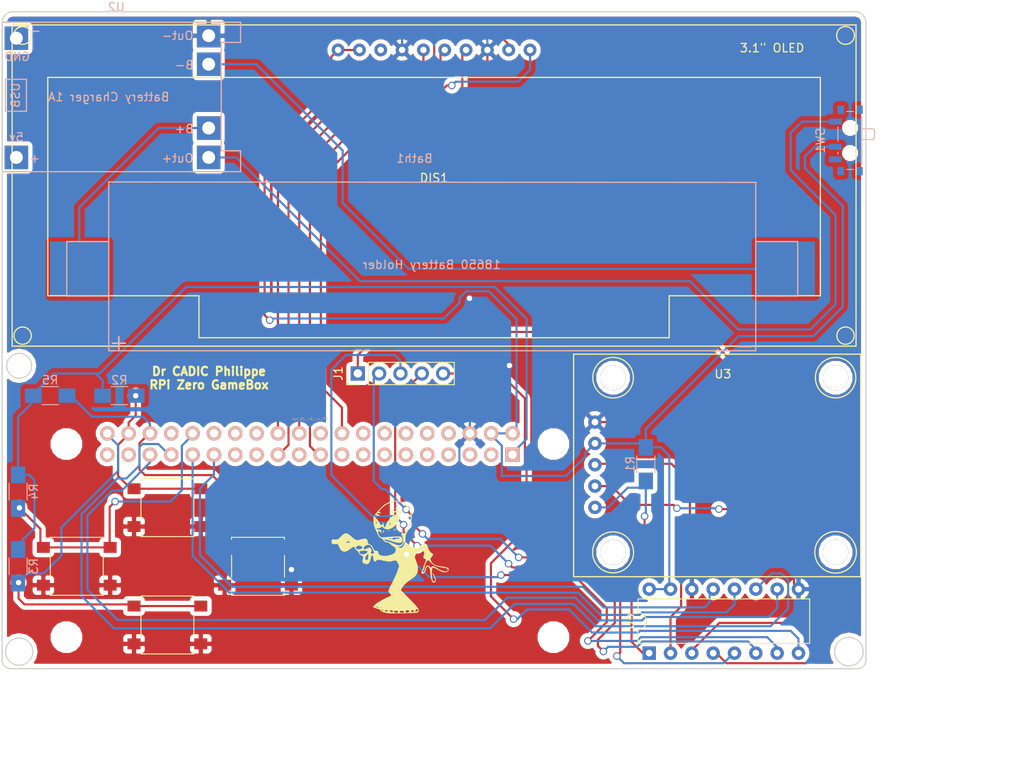
<source format=kicad_pcb>
(kicad_pcb (version 4) (host pcbnew 4.0.6)
  (layers (0 F.Cu signal) (31 B.Cu signal) (34 B.Paste user) (35 F.Paste user) (36 B.SilkS user) (37 F.SilkS user) (38 B.Mask user) (39 F.Mask user) (44 Edge.Cuts user))
  (net 0 "")
  (net 1 VCC)
  (net 2 GND)
  (net 3 SS)
  (net 4 GPIO25)
  (net 5 GPIO24)
  (net 6 SCLK)
  (net 7 MOSI)
  (net 8 "Net-(Bath1-Pad2)")
  (net 9 "Net-(Bath1-Pad1)")
  (net 10 "Net-(SW1-Pad1)")
  (net 11 CLK)
  (net 12 DOUT)
  (net 13 DIN)
  (net 14 SHDN)
  (net 15 Switch)
  (net 16 VrX)
  (net 17 VrY)
  (net 18 "Net-(J1-Pad1)")
  (net 19 "Net-(J1-Pad2)")
  (net 20 "Net-(J1-Pad3)")
  (net 21 "Net-(J1-Pad4)")
  (net 22 "Net-(J1-Pad5)")
  (net 23 GP20)
  (net 24 3.3v)
  (net 25 GP21)
  (net 26 GP12)
  (net 27 GP16)
  (module mcp23017_soic28:3_1_OLED (layer F.Cu) (at 209.9945 148.5011)
    (fp_text reference DIS1 (at 0 13.97) (layer F.SilkS))
    (fp_text value 3.1OLED)
    (fp_text user "3.1\" OLED" (at 40.25 -1.5) (layer F.SilkS))
    (pad 1 thru_hole circle (at -11.43 -1.27) (size 1.524 1.524) (drill 0.762) (layers *.Cu *.Mask) (net 1 VCC))
    (pad 2 thru_hole circle (at -8.89 -1.27) (size 1.524 1.524) (drill 0.762) (layers *.Cu *.Mask) (net 1 VCC))
    (pad 3 thru_hole circle (at -6.35 -1.27) (size 1.524 1.524) (drill 0.762) (layers *.Cu *.Mask))
    (pad 4 thru_hole circle (at -3.81 -1.27) (size 1.524 1.524) (drill 0.762) (layers *.Cu *.Mask) (net 2 GND))
    (pad 5 thru_hole circle (at -1.27 -1.27) (size 1.524 1.524) (drill 0.762) (layers *.Cu *.Mask) (net 3 SS))
    (pad 6 thru_hole circle (at 1.27 -1.27) (size 1.524 1.524) (drill 0.762) (layers *.Cu *.Mask) (net 4 GPIO25))
    (pad 7 thru_hole circle (at 3.81 -1.27) (size 1.524 1.524) (drill 0.762) (layers *.Cu *.Mask) (net 5 GPIO24))
    (pad 8 thru_hole circle (at 6.35 -1.27) (size 1.524 1.524) (drill 0.762) (layers *.Cu *.Mask) (net 2 GND))
    (pad 9 thru_hole circle (at 8.89 -1.27) (size 1.524 1.524) (drill 0.762) (layers *.Cu *.Mask) (net 6 SCLK))
    (pad 10 thru_hole circle (at 11.43 -1.27) (size 1.524 1.524) (drill 0.762) (layers *.Cu *.Mask) (net 7 MOSI))
  )
  (module mcp23017_soic28:z_RPiZero_Hat_NPTH (layer B.Cu) (at 195.21188 205.65942 180)
    (fp_text reference U1)
    (fp_text value RPi_A+_B+_2B_Hat (at 0 14.5 180) (layer B.SilkS) (effects (font (size 0.3 0.3) (thickness 0.03)) (justify mirror)))
    (pad "" np_thru_hole circle (at -29 -11.5 180) (size 2.75 2.75) (drill 2.75) (layers *.Cu *.Mask))
    (pad "" np_thru_hole circle (at 29 11.5 180) (size 2.75 2.75) (drill 2.75) (layers *.Cu *.Mask))
    (pad "" np_thru_hole circle (at -29 11.5 180) (size 2.75 2.75) (drill 2.75) (layers *.Cu *.Mask))
    (pad "" np_thru_hole circle (at 29 -11.5 180) (size 2.75 2.75) (drill 2.75) (layers *.Cu *.Mask))
    (pad 1 thru_hole rect (at -24.13 10.23) (size 1.7272 1.7272) (drill 1.016) (layers *.Cu *.Mask B.SilkS) (net 24 3.3v))
    (pad 2 thru_hole circle (at -24.13 12.77) (size 1.7272 1.7272) (drill 1.016) (layers *.Cu *.Mask B.SilkS) (net 1 VCC))
    (pad 3 thru_hole circle (at -21.59 10.23) (size 1.7272 1.7272) (drill 1.016) (layers *.Cu *.Mask B.SilkS))
    (pad 4 thru_hole circle (at -21.59 12.77) (size 1.7272 1.7272) (drill 1.016) (layers *.Cu *.Mask B.SilkS) (net 1 VCC))
    (pad 5 thru_hole circle (at -19.05 10.23) (size 1.7272 1.7272) (drill 1.016) (layers *.Cu *.Mask B.SilkS))
    (pad 6 thru_hole circle (at -19.05 12.77) (size 1.7272 1.7272) (drill 1.016) (layers *.Cu *.Mask B.SilkS) (net 2 GND))
    (pad 7 thru_hole circle (at -16.51 10.23) (size 1.7272 1.7272) (drill 1.016) (layers *.Cu *.Mask B.SilkS))
    (pad 8 thru_hole circle (at -16.51 12.77) (size 1.7272 1.7272) (drill 1.016) (layers *.Cu *.Mask B.SilkS))
    (pad 9 thru_hole circle (at -13.97 10.23) (size 1.7272 1.7272) (drill 1.016) (layers *.Cu *.Mask B.SilkS))
    (pad 10 thru_hole circle (at -13.97 12.77) (size 1.7272 1.7272) (drill 1.016) (layers *.Cu *.Mask B.SilkS))
    (pad 11 thru_hole circle (at -11.43 10.23) (size 1.7272 1.7272) (drill 1.016) (layers *.Cu *.Mask B.SilkS))
    (pad 12 thru_hole circle (at -11.43 12.77) (size 1.7272 1.7272) (drill 1.016) (layers *.Cu *.Mask B.SilkS))
    (pad 13 thru_hole circle (at -8.89 10.23) (size 1.7272 1.7272) (drill 1.016) (layers *.Cu *.Mask B.SilkS))
    (pad 14 thru_hole circle (at -8.89 12.77) (size 1.7272 1.7272) (drill 1.016) (layers *.Cu *.Mask B.SilkS))
    (pad 15 thru_hole circle (at -6.35 10.23) (size 1.7272 1.7272) (drill 1.016) (layers *.Cu *.Mask B.SilkS))
    (pad 16 thru_hole circle (at -6.35 12.77) (size 1.7272 1.7272) (drill 1.016) (layers *.Cu *.Mask B.SilkS))
    (pad 17 thru_hole circle (at -3.81 10.23) (size 1.7272 1.7272) (drill 1.016) (layers *.Cu *.Mask B.SilkS))
    (pad 18 thru_hole circle (at -3.81 12.77) (size 1.7272 1.7272) (drill 1.016) (layers *.Cu *.Mask B.SilkS) (net 5 GPIO24))
    (pad 19 thru_hole circle (at -1.27 10.23) (size 1.7272 1.7272) (drill 1.016) (layers *.Cu *.Mask B.SilkS) (net 7 MOSI))
    (pad 20 thru_hole circle (at -1.27 12.77) (size 1.7272 1.7272) (drill 1.016) (layers *.Cu *.Mask B.SilkS))
    (pad 21 thru_hole circle (at 1.27 10.23) (size 1.7272 1.7272) (drill 1.016) (layers *.Cu *.Mask B.SilkS))
    (pad 22 thru_hole circle (at 1.27 12.77) (size 1.7272 1.7272) (drill 1.016) (layers *.Cu *.Mask B.SilkS) (net 4 GPIO25))
    (pad 23 thru_hole circle (at 3.81 10.23) (size 1.7272 1.7272) (drill 1.016) (layers *.Cu *.Mask B.SilkS) (net 6 SCLK))
    (pad 24 thru_hole circle (at 3.81 12.77) (size 1.7272 1.7272) (drill 1.016) (layers *.Cu *.Mask B.SilkS) (net 3 SS))
    (pad 25 thru_hole circle (at 6.35 10.23) (size 1.7272 1.7272) (drill 1.016) (layers *.Cu *.Mask B.SilkS))
    (pad 26 thru_hole circle (at 6.35 12.77) (size 1.7272 1.7272) (drill 1.016) (layers *.Cu *.Mask B.SilkS))
    (pad 27 thru_hole circle (at 8.89 10.23) (size 1.7272 1.7272) (drill 1.016) (layers *.Cu *.Mask B.SilkS))
    (pad 28 thru_hole circle (at 8.89 12.77) (size 1.7272 1.7272) (drill 1.016) (layers *.Cu *.Mask B.SilkS))
    (pad 29 thru_hole circle (at 11.43 10.23) (size 1.7272 1.7272) (drill 1.016) (layers *.Cu *.Mask B.SilkS) (net 11 CLK))
    (pad 30 thru_hole circle (at 11.43 12.77) (size 1.7272 1.7272) (drill 1.016) (layers *.Cu *.Mask B.SilkS))
    (pad 31 thru_hole circle (at 13.97 10.23) (size 1.7272 1.7272) (drill 1.016) (layers *.Cu *.Mask B.SilkS) (net 12 DOUT))
    (pad 32 thru_hole circle (at 13.97 12.77) (size 1.7272 1.7272) (drill 1.016) (layers *.Cu *.Mask B.SilkS) (net 26 GP12))
    (pad 33 thru_hole circle (at 16.51 10.23) (size 1.7272 1.7272) (drill 1.016) (layers *.Cu *.Mask B.SilkS) (net 13 DIN))
    (pad 34 thru_hole circle (at 16.51 12.77) (size 1.7272 1.7272) (drill 1.016) (layers *.Cu *.Mask B.SilkS))
    (pad 35 thru_hole circle (at 19.05 10.23) (size 1.7272 1.7272) (drill 1.016) (layers *.Cu *.Mask B.SilkS) (net 14 SHDN))
    (pad 36 thru_hole circle (at 19.05 12.77) (size 1.7272 1.7272) (drill 1.016) (layers *.Cu *.Mask B.SilkS) (net 27 GP16))
    (pad 37 thru_hole circle (at 21.59 10.23) (size 1.7272 1.7272) (drill 1.016) (layers *.Cu *.Mask B.SilkS))
    (pad 38 thru_hole circle (at 21.59 12.77) (size 1.7272 1.7272) (drill 1.016) (layers *.Cu *.Mask B.SilkS) (net 23 GP20))
    (pad 39 thru_hole circle (at 24.13 10.23) (size 1.7272 1.7272) (drill 1.016) (layers *.Cu *.Mask B.SilkS))
    (pad 40 thru_hole circle (at 24.13 12.77) (size 1.7272 1.7272) (drill 1.016) (layers *.Cu *.Mask B.SilkS) (net 25 GP21))
  )
  (module 1860BatteryHolder:18650BattHolder (layer B.Cu) (at 171.25188 162.99942)
    (fp_text reference Bath1 (at 36.4 -2.85) (layer B.SilkS) (effects (justify mirror)))
    (fp_text value 18650BattHolder)
    (fp_text user - (at 75.7 19.4) (layer B.SilkS) (effects (font (size 2 2) (thickness 0.2)) (justify mirror)))
    (fp_text user + (at 1.2 19) (layer B.SilkS) (effects (font (size 2 2) (thickness 0.2)) (justify mirror)))
    (fp_text user "18650 Battery Holder" (at 38.45 9.8) (layer B.SilkS) (effects (justify mirror)))
    (pad 2 smd rect (at 80.6 10.3) (size 7 6.5) (layers B.Cu B.Paste B.Mask) (net 8 "Net-(Bath1-Pad2)"))
    (pad 1 smd rect (at -3.5 10.3) (size 7 6.5) (layers B.Cu B.Paste B.Mask) (net 9 "Net-(Bath1-Pad1)"))
  )
  (module TP4056:TP4056-18650 (layer B.Cu) (at 158.55188 161.72942)
    (fp_text reference U2 (at 13.6 -19.6) (layer B.SilkS) (effects (justify mirror)))
    (fp_text value TP4056)
    (fp_text user "Battery Charger 1A" (at 12.7 -8.9) (layer B.SilkS) (effects (justify mirror)))
    (fp_text user GND (at 1.8 -13.7) (layer B.SilkS) (effects (justify mirror)))
    (fp_text user 5v (at 1.7 -4.1) (layer B.SilkS) (effects (justify mirror)))
    (fp_text user B+ (at 21.7 -5.1) (layer B.SilkS) (effects (justify mirror)))
    (fp_text user B- (at 21.7 -12.7) (layer B.SilkS) (effects (justify mirror)))
    (fp_text user Out+ (at 20.9 -1.6) (layer B.SilkS) (effects (justify mirror)))
    (fp_text user Out- (at 20.9 -16.2) (layer B.SilkS) (effects (justify mirror)))
    (fp_text user USB (at 1.6 -9.1 270) (layer B.SilkS) (effects (justify mirror)))
    (fp_text user - (at 4 -16.8) (layer B.SilkS) (effects (justify mirror)))
    (fp_text user + (at 3.9 -1.6) (layer B.SilkS) (effects (justify mirror)))
    (pad 6 thru_hole rect (at 24.6 -12.8) (size 2.8 2.8) (drill 1.54) (layers *.Cu *.Mask) (net 8 "Net-(Bath1-Pad2)"))
    (pad 5 thru_hole rect (at 24.6 -5.2) (size 2.8 2.8) (drill 1.54) (layers *.Cu *.Mask) (net 9 "Net-(Bath1-Pad1)"))
    (pad 4 thru_hole rect (at 24.6 -16.2) (size 2.8 2.8) (drill 1.54) (layers *.Cu *.Mask) (net 2 GND))
    (pad 3 thru_hole rect (at 24.6 -1.7) (size 2.8 2.8) (drill 1.54) (layers *.Cu *.Mask) (net 10 "Net-(SW1-Pad1)"))
    (pad 2 thru_hole rect (at 1.7 -15.9) (size 2.8 2.8) (drill 1.54) (layers *.Cu *.Mask))
    (pad 1 thru_hole rect (at 1.7 -1.7) (size 2.8 2.8) (drill 1.54) (layers *.Cu *.Mask))
  )
  (module Buttons_Switches_SMD:SW_SPDT_PCM12 (layer B.Cu) (at 259.21188 158.00942 270)
    (fp_text reference SW1 (at 0 3.2 270) (layer B.SilkS) (effects (justify mirror)))
    (fp_text value SW_SPST)
    (pad "" np_thru_hole circle (at -1.5 -0.33 270) (size 0.9 0.9) (drill 0.9) (layers *.Cu *.Mask))
    (pad "" np_thru_hole circle (at 1.5 -0.33 270) (size 0.9 0.9) (drill 0.9) (layers *.Cu *.Mask))
    (pad 1 smd rect (at -2.25 1.43 270) (size 0.7 1.5) (layers B.Cu B.Paste B.Mask) (net 10 "Net-(SW1-Pad1)"))
    (pad 2 smd rect (at 0.75 1.43 270) (size 0.7 1.5) (layers B.Cu B.Paste B.Mask) (net 1 VCC))
    (pad 3 smd rect (at 2.25 1.43 270) (size 0.7 1.5) (layers B.Cu B.Paste B.Mask))
    (pad "" smd rect (at -3.65 -1.43 270) (size 1 0.8) (layers B.Cu B.Paste B.Mask))
    (pad "" smd rect (at 3.65 -1.43 270) (size 1 0.8) (layers B.Cu B.Paste B.Mask))
    (pad "" smd rect (at 3.65 0.78 270) (size 1 0.8) (layers B.Cu B.Paste B.Mask))
    (pad "" smd rect (at -3.65 0.78 270) (size 1 0.8) (layers B.Cu B.Paste B.Mask))
  )
  (module Housings_DIP:DIP-16_W7.62mm (layer F.Cu) (at 235.61188 219.05942 90)
    (fp_text reference U4 (at 3.81 -2.33 90) (layer F.SilkS))
    (fp_text value MCP3008)
    (pad 1 thru_hole rect (at 0 0 90) (size 1.6 1.6) (drill 0.8) (layers *.Cu *.Mask) (net 15 Switch))
    (pad 9 thru_hole oval (at 7.62 17.78 90) (size 1.6 1.6) (drill 0.8) (layers *.Cu *.Mask) (net 2 GND))
    (pad 2 thru_hole oval (at 0 2.54 90) (size 1.6 1.6) (drill 0.8) (layers *.Cu *.Mask) (net 16 VrX))
    (pad 10 thru_hole oval (at 7.62 15.24 90) (size 1.6 1.6) (drill 0.8) (layers *.Cu *.Mask) (net 14 SHDN))
    (pad 3 thru_hole oval (at 0 5.08 90) (size 1.6 1.6) (drill 0.8) (layers *.Cu *.Mask) (net 17 VrY))
    (pad 11 thru_hole oval (at 7.62 12.7 90) (size 1.6 1.6) (drill 0.8) (layers *.Cu *.Mask) (net 13 DIN))
    (pad 4 thru_hole oval (at 0 7.62 90) (size 1.6 1.6) (drill 0.8) (layers *.Cu *.Mask) (net 18 "Net-(J1-Pad1)"))
    (pad 12 thru_hole oval (at 7.62 10.16 90) (size 1.6 1.6) (drill 0.8) (layers *.Cu *.Mask) (net 12 DOUT))
    (pad 5 thru_hole oval (at 0 10.16 90) (size 1.6 1.6) (drill 0.8) (layers *.Cu *.Mask) (net 19 "Net-(J1-Pad2)"))
    (pad 13 thru_hole oval (at 7.62 7.62 90) (size 1.6 1.6) (drill 0.8) (layers *.Cu *.Mask) (net 11 CLK))
    (pad 6 thru_hole oval (at 0 12.7 90) (size 1.6 1.6) (drill 0.8) (layers *.Cu *.Mask) (net 20 "Net-(J1-Pad3)"))
    (pad 14 thru_hole oval (at 7.62 5.08 90) (size 1.6 1.6) (drill 0.8) (layers *.Cu *.Mask) (net 2 GND))
    (pad 7 thru_hole oval (at 0 15.24 90) (size 1.6 1.6) (drill 0.8) (layers *.Cu *.Mask) (net 21 "Net-(J1-Pad4)"))
    (pad 15 thru_hole oval (at 7.62 2.54 90) (size 1.6 1.6) (drill 0.8) (layers *.Cu *.Mask) (net 1 VCC))
    (pad 8 thru_hole oval (at 0 17.78 90) (size 1.6 1.6) (drill 0.8) (layers *.Cu *.Mask) (net 22 "Net-(J1-Pad5)"))
    (pad 16 thru_hole oval (at 7.62 0 90) (size 1.6 1.6) (drill 0.8) (layers *.Cu *.Mask) (net 1 VCC))
  )
  (module Socket_Strips:Socket_Strip_Straight_1x05_Pitch2.54mm (layer F.Cu) (at 200.91188 185.75942 90)
    (fp_text reference J1 (at 0 -2.33 90) (layer F.SilkS))
    (fp_text value ExtraAnlg)
    (pad 1 thru_hole rect (at 0 0 90) (size 1.7 1.7) (drill 1) (layers *.Cu *.Mask) (net 18 "Net-(J1-Pad1)"))
    (pad 2 thru_hole oval (at 0 2.54 90) (size 1.7 1.7) (drill 1) (layers *.Cu *.Mask) (net 19 "Net-(J1-Pad2)"))
    (pad 3 thru_hole oval (at 0 5.08 90) (size 1.7 1.7) (drill 1) (layers *.Cu *.Mask) (net 20 "Net-(J1-Pad3)"))
    (pad 4 thru_hole oval (at 0 7.62 90) (size 1.7 1.7) (drill 1) (layers *.Cu *.Mask) (net 21 "Net-(J1-Pad4)"))
    (pad 5 thru_hole oval (at 0 10.16 90) (size 1.7 1.7) (drill 1) (layers *.Cu *.Mask) (net 22 "Net-(J1-Pad5)"))
  )
  (module 1860BatteryHolder:JoystkAnalog (layer F.Cu) (at 226.61188 209.95942)
    (fp_text reference U3 (at 17.78 -24.13) (layer F.SilkS))
    (fp_text value JoystkAnalog)
    (pad "" thru_hole circle (at 31.2 -23.7) (size 3 3) (drill 3) (layers *.Cu *.Mask))
    (pad "" thru_hole circle (at 31.2 -2.9) (size 3 3) (drill 3) (layers *.Cu *.Mask))
    (pad "" thru_hole circle (at 4.7 -2.9) (size 3 3) (drill 3) (layers *.Cu *.Mask))
    (pad "" thru_hole circle (at 4.7 -23.7) (size 3 3) (drill 3) (layers *.Cu *.Mask))
    (pad 1 thru_hole circle (at 2.54 -18.415) (size 1.6 1.6) (drill 0.8) (layers *.Cu *.Mask) (net 2 GND))
    (pad 2 thru_hole circle (at 2.54 -15.875) (size 1.6 1.6) (drill 0.8) (layers *.Cu *.Mask) (net 1 VCC))
    (pad 3 thru_hole circle (at 2.54 -13.335) (size 1.6 1.6) (drill 0.8) (layers *.Cu *.Mask) (net 16 VrX))
    (pad 4 thru_hole circle (at 2.54 -10.795) (size 1.6 1.6) (drill 0.8) (layers *.Cu *.Mask) (net 17 VrY))
    (pad 5 thru_hole circle (at 2.54 -8.255) (size 1.6 1.6) (drill 0.8) (layers *.Cu *.Mask) (net 15 Switch))
  )
  (module Resistors_SMD:R_1206_HandSoldering (layer B.Cu) (at 235.21188 196.55942 270)
    (fp_text reference R1 (at 0 1.85 270) (layer B.SilkS) (effects (justify mirror)))
    (fp_text value 10k)
    (pad 1 smd rect (at -2 0 270) (size 2 1.7) (layers B.Cu B.Paste B.Mask) (net 1 VCC))
    (pad 2 smd rect (at 2 0 270) (size 2 1.7) (layers B.Cu B.Paste B.Mask) (net 15 Switch))
  )
  (module Resistors_SMD:R_1206_HandSoldering (layer B.Cu) (at 172.52188 188.39942 180)
    (fp_text reference R2 (at 0 1.85 180) (layer B.SilkS) (effects (justify mirror)))
    (fp_text value 10k)
    (pad 1 smd rect (at -2 0 180) (size 2 1.7) (layers B.Cu B.Paste B.Mask) (net 23 GP20))
    (pad 2 smd rect (at 2 0 180) (size 2 1.7) (layers B.Cu B.Paste B.Mask) (net 24 3.3v))
  )
  (module Resistors_SMD:R_1206_HandSoldering (layer B.Cu) (at 160.45688 208.71942 90)
    (fp_text reference R3 (at 0 1.85 90) (layer B.SilkS) (effects (justify mirror)))
    (fp_text value 10k)
    (pad 1 smd rect (at -2 0 90) (size 2 1.7) (layers B.Cu B.Paste B.Mask) (net 25 GP21))
    (pad 2 smd rect (at 2 0 90) (size 2 1.7) (layers B.Cu B.Paste B.Mask) (net 24 3.3v))
  )
  (module Resistors_SMD:R_1206_HandSoldering (layer B.Cu) (at 160.45688 199.82942 90)
    (fp_text reference R4 (at 0 1.85 90) (layer B.SilkS) (effects (justify mirror)))
    (fp_text value 10k)
    (pad 1 smd rect (at -2 0 90) (size 2 1.7) (layers B.Cu B.Paste B.Mask) (net 26 GP12))
    (pad 2 smd rect (at 2 0 90) (size 2 1.7) (layers B.Cu B.Paste B.Mask) (net 24 3.3v))
  )
  (module Resistors_SMD:R_1206_HandSoldering (layer B.Cu) (at 164.26688 188.39942 180)
    (fp_text reference R5 (at 0 1.85 180) (layer B.SilkS) (effects (justify mirror)))
    (fp_text value 10k)
    (pad 1 smd rect (at -2 0 180) (size 2 1.7) (layers B.Cu B.Paste B.Mask) (net 27 GP16))
    (pad 2 smd rect (at 2 0 180) (size 2 1.7) (layers B.Cu B.Paste B.Mask) (net 24 3.3v))
  )
  (module Buttons_Switches_SMD:SW_SPST_B3S-1000 (layer F.Cu) (at 178.23688 201.73442)
    (fp_text reference SW2 hide)
    (fp_text value But2)
    (pad 1 smd rect (at -3.975 -2.25) (size 1.55 1.3) (layers F.Cu F.Paste F.Mask) (net 23 GP20))
    (pad 1 smd rect (at 3.975 -2.25) (size 1.55 1.3) (layers F.Cu F.Paste F.Mask) (net 23 GP20))
    (pad 2 smd rect (at -3.975 2.25) (size 1.55 1.3) (layers F.Cu F.Paste F.Mask) (net 2 GND))
    (pad 2 smd rect (at 3.975 2.25) (size 1.55 1.3) (layers F.Cu F.Paste F.Mask) (net 2 GND))
  )
  (module Buttons_Switches_SMD:SW_SPST_B3S-1000 (layer F.Cu) (at 178.23688 215.70442)
    (fp_text reference SW3 hide)
    (fp_text value But1)
    (pad 1 smd rect (at -3.975 -2.25) (size 1.55 1.3) (layers F.Cu F.Paste F.Mask) (net 25 GP21))
    (pad 1 smd rect (at 3.975 -2.25) (size 1.55 1.3) (layers F.Cu F.Paste F.Mask) (net 25 GP21))
    (pad 2 smd rect (at -3.975 2.25) (size 1.55 1.3) (layers F.Cu F.Paste F.Mask) (net 2 GND))
    (pad 2 smd rect (at 3.975 2.25) (size 1.55 1.3) (layers F.Cu F.Paste F.Mask) (net 2 GND))
  )
  (module Buttons_Switches_SMD:SW_SPST_B3S-1000 (layer F.Cu) (at 167.44188 208.71942)
    (fp_text reference SW4 hide)
    (fp_text value But4)
    (pad 1 smd rect (at -3.975 -2.25) (size 1.55 1.3) (layers F.Cu F.Paste F.Mask) (net 26 GP12))
    (pad 1 smd rect (at 3.975 -2.25) (size 1.55 1.3) (layers F.Cu F.Paste F.Mask) (net 26 GP12))
    (pad 2 smd rect (at -3.975 2.25) (size 1.55 1.3) (layers F.Cu F.Paste F.Mask) (net 2 GND))
    (pad 2 smd rect (at 3.975 2.25) (size 1.55 1.3) (layers F.Cu F.Paste F.Mask) (net 2 GND))
  )
  (module Buttons_Switches_SMD:SW_SPST_B3S-1000 (layer F.Cu) (at 189.03188 208.71942)
    (fp_text reference SW5 hide)
    (fp_text value But3)
    (pad 1 smd rect (at -3.975 -2.25) (size 1.55 1.3) (layers F.Cu F.Paste F.Mask) (net 27 GP16))
    (pad 1 smd rect (at 3.975 -2.25) (size 1.55 1.3) (layers F.Cu F.Paste F.Mask) (net 27 GP16))
    (pad 2 smd rect (at -3.975 2.25) (size 1.55 1.3) (layers F.Cu F.Paste F.Mask) (net 2 GND))
    (pad 2 smd rect (at 3.975 2.25) (size 1.55 1.3) (layers F.Cu F.Paste F.Mask) (net 2 GND))
  )
  (module 1860BatteryHolder:Console (layer F.Cu) (at 204.71188 207.65942)
    (fp_text reference G*** hide)
    (fp_text value LOGO hide)
  )
  (gr_text "Dr CADIC Philippe\nRPi Zero GameBox" (at 183.18688 186.30942) (layer F.SilkS) (effects (font (size 1 1) (thickness 0.25))))
  (gr_line (start 159.56788 220.91142) (end 160.07588 220.91142) (angle 90) (layer Edge.Cuts) (width 0.15))
  (gr_arc (start 159.56788 219.89542) (end 159.56788 220.91142) (angle 90) (layer Edge.Cuts) (width 0.15))
  (gr_line (start 158.55188 215.06942) (end 158.55188 219.89542) (angle 90) (layer Edge.Cuts) (width 0.15))
  (gr_line (start 260.40588 220.91142) (end 160.07588 220.91142) (angle 90) (layer Edge.Cuts) (width 0.15))
  (gr_line (start 261.42188 219.89542) (end 261.42188 219.38742) (angle 90) (layer Edge.Cuts) (width 0.15))
  (gr_arc (start 260.40588 219.89542) (end 261.42188 219.89542) (angle 90) (layer Edge.Cuts) (width 0.15))
  (gr_line (start 261.42188 215.06942) (end 261.42188 219.38742) (angle 90) (layer Edge.Cuts) (width 0.15))
  (gr_circle (center 160.58388 184.84342) (end 161.85388 184.08142) (layer Edge.Cuts) (width 0.15))
  (gr_circle (center 160.58388 218.87942) (end 161.59988 217.60942) (layer Edge.Cuts) (width 0.15))
  (gr_circle (center 259.38988 218.87942) (end 260.91388 218.11742) (layer Edge.Cuts) (width 0.15))
  (gr_line (start 261.42188 215.06942) (end 261.42188 143.94942) (angle 90) (layer Edge.Cuts) (width 0.15))
  (gr_line (start 158.55188 143.94942) (end 158.55188 215.06942) (angle 90) (layer Edge.Cuts) (width 0.15))
  (gr_arc (start 159.82188 143.94942) (end 158.55188 143.94942) (angle 90) (layer Edge.Cuts) (width 0.15))
  (gr_arc (start 260.15188 143.94942) (end 260.15188 142.67942) (angle 90) (layer Edge.Cuts) (width 0.15))
  (gr_line (start 159.82188 142.67942) (end 260.15188 142.67942) (angle 90) (layer Edge.Cuts) (width 0.15))
  (segment (start 229.15188 194.08442) (end 234.73688 194.08442) (width 0.254) (layer B.Cu) (net 1))
  (segment (start 234.73688 194.08442) (end 235.21188 194.55942) (width 0.254) (layer B.Cu) (net 1))
  (segment (start 216.80188 192.88942) (end 216.80188 193.09942) (width 0.254) (layer B.Cu) (net 1))
  (segment (start 216.80188 193.09942) (end 218.06188 194.35942) (width 0.254) (layer B.Cu) (net 1))
  (segment (start 228.01188 195.22442) (end 229.15188 194.08442) (width 0.254) (layer B.Cu) (net 1))
  (segment (start 228.01188 195.65942) (end 228.01188 195.22442) (width 0.254) (layer B.Cu) (net 1))
  (segment (start 225.71188 197.95942) (end 228.01188 195.65942) (width 0.254) (layer B.Cu) (net 1))
  (segment (start 218.11188 197.95942) (end 225.71188 197.95942) (width 0.254) (layer B.Cu) (net 1))
  (segment (start 218.06188 198.00942) (end 218.11188 197.95942) (width 0.254) (layer B.Cu) (net 1))
  (segment (start 218.06188 194.35942) (end 218.06188 198.00942) (width 0.254) (layer B.Cu) (net 1))
  (segment (start 235.61188 211.43942) (end 238.15188 211.43942) (width 0.254) (layer B.Cu) (net 1))
  (segment (start 238.15188 211.43942) (end 238.01188 211.29942) (width 0.254) (layer B.Cu) (net 1))
  (segment (start 238.01188 211.29942) (end 238.01188 195.55942) (width 0.254) (layer B.Cu) (net 1))
  (segment (start 238.01188 195.55942) (end 237.01188 194.55942) (width 0.254) (layer B.Cu) (net 1))
  (segment (start 237.01188 194.55942) (end 235.21188 194.55942) (width 0.254) (layer B.Cu) (net 1))
  (segment (start 235.21188 194.55942) (end 235.21188 192.35942) (width 0.254) (layer B.Cu) (net 1))
  (segment (start 255.31188 158.75942) (end 257.78188 158.75942) (width 0.254) (layer B.Cu) (net 1))
  (segment (start 254.16188 159.90942) (end 255.31188 158.75942) (width 0.254) (layer B.Cu) (net 1))
  (segment (start 254.16188 161.30942) (end 254.16188 159.90942) (width 0.254) (layer B.Cu) (net 1))
  (segment (start 258.66188 165.80942) (end 254.16188 161.30942) (width 0.254) (layer B.Cu) (net 1))
  (segment (start 258.66188 177.80942) (end 258.66188 165.80942) (width 0.254) (layer B.Cu) (net 1))
  (segment (start 255.16188 181.30942) (end 258.66188 177.80942) (width 0.254) (layer B.Cu) (net 1))
  (segment (start 246.26188 181.30942) (end 255.16188 181.30942) (width 0.254) (layer B.Cu) (net 1))
  (segment (start 235.21188 192.35942) (end 246.26188 181.30942) (width 0.254) (layer B.Cu) (net 1))
  (segment (start 219.34188 192.88942) (end 216.80188 192.88942) (width 0.254) (layer B.Cu) (net 1))
  (segment (start 201.1045 147.2311) (end 198.5645 147.2311) (width 0.254) (layer F.Cu) (net 1))
  (segment (start 198.5645 147.2311) (end 197.76188 148.03372) (width 0.254) (layer F.Cu) (net 1))
  (segment (start 197.76188 148.03372) (end 197.76188 152.10942) (width 0.254) (layer F.Cu) (net 1))
  (segment (start 197.76188 152.10942) (end 189.81188 160.05942) (width 0.254) (layer F.Cu) (net 1))
  (segment (start 189.81188 160.05942) (end 189.81188 178.80942) (width 0.254) (layer F.Cu) (net 1))
  (segment (start 189.81188 178.80942) (end 190.41188 179.40942) (width 0.254) (layer F.Cu) (net 1))
  (via (at 190.41188 179.40942) (size 0.889) (drill 0.635) (layers F.Cu B.Cu) (net 1))
  (segment (start 190.41188 179.40942) (end 190.61188 179.20942) (width 0.254) (layer B.Cu) (net 1))
  (segment (start 190.61188 179.20942) (end 211.16188 179.20942) (width 0.254) (layer B.Cu) (net 1))
  (segment (start 211.16188 179.20942) (end 213.01188 177.35942) (width 0.254) (layer B.Cu) (net 1))
  (segment (start 213.01188 177.35942) (end 213.01188 176.75942) (width 0.254) (layer B.Cu) (net 1))
  (segment (start 213.01188 176.75942) (end 213.803878 175.967422) (width 0.254) (layer B.Cu) (net 1))
  (segment (start 213.803878 175.967422) (end 216.519882 175.967422) (width 0.254) (layer B.Cu) (net 1))
  (segment (start 216.519882 175.967422) (end 219.81188 179.25942) (width 0.254) (layer B.Cu) (net 1))
  (segment (start 219.81188 179.25942) (end 219.81188 192.41942) (width 0.254) (layer B.Cu) (net 1))
  (segment (start 219.81188 192.41942) (end 219.34188 192.88942) (width 0.254) (layer B.Cu) (net 1))
  (segment (start 214.26188 189.95942) (end 214.26188 189.30942) (width 0.254) (layer B.Cu) (net 2))
  (segment (start 230.31188 190.10942) (end 233.81188 190.10942) (width 0.254) (layer F.Cu) (net 2))
  (segment (start 226.31188 186.10942) (end 230.31188 190.10942) (width 0.254) (layer F.Cu) (net 2))
  (segment (start 220.26188 186.10942) (end 226.31188 186.10942) (width 0.254) (layer F.Cu) (net 2))
  (segment (start 218.96188 184.80942) (end 220.26188 186.10942) (width 0.254) (layer F.Cu) (net 2))
  (via (at 218.96188 184.80942) (size 0.889) (drill 0.635) (layers F.Cu B.Cu) (net 2))
  (segment (start 218.76188 184.80942) (end 218.96188 184.80942) (width 0.254) (layer B.Cu) (net 2))
  (segment (start 214.26188 189.30942) (end 218.76188 184.80942) (width 0.254) (layer B.Cu) (net 2))
  (segment (start 242.73688 206.68442) (end 251.28688 206.68442) (width 0.254) (layer F.Cu) (net 2))
  (segment (start 252.86188 208.25942) (end 252.86188 210.90942) (width 0.254) (layer F.Cu) (net 2))
  (segment (start 251.28688 206.68442) (end 252.86188 208.25942) (width 0.254) (layer F.Cu) (net 2))
  (segment (start 252.86188 210.90942) (end 253.39188 211.43942) (width 0.254) (layer F.Cu) (net 2))
  (segment (start 229.15188 191.54442) (end 232.37688 191.54442) (width 0.254) (layer F.Cu) (net 2))
  (segment (start 232.37688 191.54442) (end 233.81188 190.10942) (width 0.254) (layer F.Cu) (net 2))
  (segment (start 240.69188 208.72942) (end 240.69188 211.43942) (width 0.254) (layer F.Cu) (net 2))
  (segment (start 242.76188 206.65942) (end 242.73688 206.68442) (width 0.254) (layer F.Cu) (net 2))
  (segment (start 233.81188 190.10942) (end 240.21188 190.10942) (width 0.254) (layer F.Cu) (net 2))
  (segment (start 240.21188 190.10942) (end 242.76188 192.65942) (width 0.254) (layer F.Cu) (net 2))
  (segment (start 242.76188 192.65942) (end 242.76188 206.65942) (width 0.254) (layer F.Cu) (net 2))
  (segment (start 242.73688 206.68442) (end 240.69188 208.72942) (width 0.254) (layer F.Cu) (net 2))
  (segment (start 214.26188 192.88942) (end 214.18188 192.88942) (width 0.254) (layer B.Cu) (net 2))
  (segment (start 214.18188 192.88942) (end 213.01188 194.05942) (width 0.254) (layer B.Cu) (net 2))
  (segment (start 191.81188 210.20942) (end 191.05188 210.96942) (width 0.254) (layer F.Cu) (net 2))
  (segment (start 191.91188 210.20942) (end 191.81188 210.20942) (width 0.254) (layer F.Cu) (net 2))
  (segment (start 193.01188 209.10942) (end 191.91188 210.20942) (width 0.254) (layer F.Cu) (net 2))
  (via (at 193.01188 209.10942) (size 0.889) (drill 0.635) (layers F.Cu B.Cu) (net 2))
  (segment (start 202.41188 209.10942) (end 193.01188 209.10942) (width 0.254) (layer B.Cu) (net 2))
  (segment (start 213.01188 198.50942) (end 202.41188 209.10942) (width 0.254) (layer B.Cu) (net 2))
  (segment (start 213.01188 194.05942) (end 213.01188 198.50942) (width 0.254) (layer B.Cu) (net 2))
  (segment (start 214.26188 192.88942) (end 214.26188 189.95942) (width 0.254) (layer B.Cu) (net 2))
  (segment (start 214.26188 189.95942) (end 214.26188 176.85942) (width 0.254) (layer B.Cu) (net 2))
  (segment (start 216.3445 149.3768) (end 216.3445 147.2311) (width 0.254) (layer F.Cu) (net 2))
  (segment (start 214.61188 151.10942) (end 216.3445 149.3768) (width 0.254) (layer F.Cu) (net 2))
  (segment (start 214.61188 176.40942) (end 214.61188 151.10942) (width 0.254) (layer F.Cu) (net 2))
  (segment (start 214.21188 176.80942) (end 214.61188 176.40942) (width 0.254) (layer F.Cu) (net 2))
  (via (at 214.21188 176.80942) (size 0.889) (drill 0.635) (layers F.Cu B.Cu) (net 2))
  (segment (start 214.26188 176.85942) (end 214.21188 176.80942) (width 0.254) (layer B.Cu) (net 2))
  (segment (start 205.33688 144.73442) (end 215.03688 144.73442) (width 0.254) (layer B.Cu) (net 2))
  (segment (start 216.3445 146.04204) (end 216.3445 147.2311) (width 0.254) (layer B.Cu) (net 2))
  (segment (start 215.03688 144.73442) (end 216.3445 146.04204) (width 0.254) (layer B.Cu) (net 2))
  (segment (start 183.15188 145.52942) (end 190.69188 145.52942) (width 0.254) (layer B.Cu) (net 2))
  (segment (start 206.1845 145.58204) (end 206.1845 147.2311) (width 0.254) (layer B.Cu) (net 2))
  (segment (start 205.26188 144.65942) (end 205.33688 144.73442) (width 0.254) (layer B.Cu) (net 2))
  (segment (start 205.33688 144.73442) (end 206.1845 145.58204) (width 0.254) (layer B.Cu) (net 2))
  (segment (start 191.56188 144.65942) (end 205.26188 144.65942) (width 0.254) (layer B.Cu) (net 2))
  (segment (start 190.69188 145.52942) (end 191.56188 144.65942) (width 0.254) (layer B.Cu) (net 2))
  (segment (start 182.21188 217.95442) (end 186.11688 217.95442) (width 0.254) (layer F.Cu) (net 2))
  (segment (start 189.41188 211.45942) (end 189.90188 210.96942) (width 0.254) (layer F.Cu) (net 2))
  (segment (start 189.41188 214.65942) (end 189.41188 211.45942) (width 0.254) (layer F.Cu) (net 2))
  (segment (start 186.11688 217.95442) (end 189.41188 214.65942) (width 0.254) (layer F.Cu) (net 2))
  (segment (start 174.26188 217.95442) (end 182.21188 217.95442) (width 0.254) (layer F.Cu) (net 2))
  (segment (start 171.41688 210.96942) (end 163.46688 210.96942) (width 0.254) (layer F.Cu) (net 2))
  (segment (start 171.41688 210.96942) (end 173.40188 210.96942) (width 0.254) (layer F.Cu) (net 2))
  (segment (start 174.71188 209.65942) (end 182.21188 209.65942) (width 0.254) (layer F.Cu) (net 2))
  (segment (start 173.40188 210.96942) (end 174.71188 209.65942) (width 0.254) (layer F.Cu) (net 2))
  (segment (start 185.05688 210.96942) (end 189.90188 210.96942) (width 0.254) (layer F.Cu) (net 2))
  (segment (start 189.90188 210.96942) (end 191.05188 210.96942) (width 0.254) (layer F.Cu) (net 2))
  (segment (start 191.05188 210.96942) (end 193.00688 210.96942) (width 0.254) (layer F.Cu) (net 2))
  (segment (start 182.21188 203.98442) (end 182.21188 209.65942) (width 0.254) (layer F.Cu) (net 2))
  (segment (start 182.21188 209.65942) (end 182.21188 209.82442) (width 0.254) (layer F.Cu) (net 2))
  (segment (start 183.35688 210.96942) (end 185.05688 210.96942) (width 0.254) (layer F.Cu) (net 2))
  (segment (start 182.21188 209.82442) (end 183.35688 210.96942) (width 0.254) (layer F.Cu) (net 2))
  (segment (start 174.26188 203.98442) (end 182.21188 203.98442) (width 0.254) (layer F.Cu) (net 2))
  (segment (start 191.40188 192.88942) (end 191.40188 160.91942) (width 0.254) (layer F.Cu) (net 3))
  (segment (start 208.7245 149.6968) (end 208.7245 147.2311) (width 0.254) (layer F.Cu) (net 3))
  (segment (start 205.46188 152.95942) (end 208.7245 149.6968) (width 0.254) (layer F.Cu) (net 3))
  (segment (start 199.36188 152.95942) (end 205.46188 152.95942) (width 0.254) (layer F.Cu) (net 3))
  (segment (start 191.40188 160.91942) (end 199.36188 152.95942) (width 0.254) (layer F.Cu) (net 3))
  (segment (start 193.94188 192.88942) (end 193.94188 161.52942) (width 0.254) (layer F.Cu) (net 4))
  (segment (start 210.76188 150.60942) (end 210.76188 147.73372) (width 0.254) (layer F.Cu) (net 4))
  (segment (start 206.31188 155.05942) (end 210.76188 150.60942) (width 0.254) (layer F.Cu) (net 4))
  (segment (start 200.41188 155.05942) (end 206.31188 155.05942) (width 0.254) (layer F.Cu) (net 4))
  (segment (start 193.94188 161.52942) (end 200.41188 155.05942) (width 0.254) (layer F.Cu) (net 4))
  (segment (start 210.76188 147.73372) (end 211.2645 147.2311) (width 0.254) (layer F.Cu) (net 4))
  (segment (start 199.02188 192.88942) (end 199.02188 189.81942) (width 0.254) (layer F.Cu) (net 5))
  (segment (start 213.36188 152.30942) (end 213.36188 147.67372) (width 0.254) (layer F.Cu) (net 5))
  (segment (start 211.56188 154.10942) (end 213.36188 152.30942) (width 0.254) (layer F.Cu) (net 5))
  (segment (start 211.56188 154.55942) (end 211.56188 154.10942) (width 0.254) (layer F.Cu) (net 5))
  (segment (start 207.46188 158.65942) (end 211.56188 154.55942) (width 0.254) (layer F.Cu) (net 5))
  (segment (start 200.41188 158.65942) (end 207.46188 158.65942) (width 0.254) (layer F.Cu) (net 5))
  (segment (start 196.51188 162.55942) (end 200.41188 158.65942) (width 0.254) (layer F.Cu) (net 5))
  (segment (start 196.51188 187.30942) (end 196.51188 162.55942) (width 0.254) (layer F.Cu) (net 5))
  (segment (start 199.02188 189.81942) (end 196.51188 187.30942) (width 0.254) (layer F.Cu) (net 5))
  (segment (start 213.36188 147.67372) (end 213.8045 147.2311) (width 0.254) (layer F.Cu) (net 5))
  (segment (start 191.40188 195.42942) (end 191.49188 195.42942) (width 0.254) (layer F.Cu) (net 6))
  (segment (start 191.49188 195.42942) (end 192.66188 194.25942) (width 0.254) (layer F.Cu) (net 6))
  (segment (start 192.66188 194.25942) (end 192.66188 161.15942) (width 0.254) (layer F.Cu) (net 6))
  (segment (start 192.66188 161.15942) (end 199.96188 153.85942) (width 0.254) (layer F.Cu) (net 6))
  (segment (start 199.96188 153.85942) (end 206.16188 153.85942) (width 0.254) (layer F.Cu) (net 6))
  (segment (start 206.16188 153.85942) (end 209.36188 150.65942) (width 0.254) (layer F.Cu) (net 6))
  (segment (start 209.36188 150.65942) (end 209.36188 149.20942) (width 0.254) (layer F.Cu) (net 6))
  (segment (start 209.36188 149.20942) (end 210.01188 148.55942) (width 0.254) (layer F.Cu) (net 6))
  (segment (start 210.01188 148.55942) (end 210.01188 145.35942) (width 0.254) (layer F.Cu) (net 6))
  (segment (start 210.01188 145.35942) (end 210.11188 145.25942) (width 0.254) (layer F.Cu) (net 6))
  (segment (start 210.11188 145.25942) (end 217.56188 145.25942) (width 0.254) (layer F.Cu) (net 6))
  (segment (start 217.56188 145.25942) (end 218.8845 146.58204) (width 0.254) (layer F.Cu) (net 6))
  (segment (start 218.8845 146.58204) (end 218.8845 147.2311) (width 0.254) (layer F.Cu) (net 6))
  (segment (start 196.48188 195.42942) (end 196.23188 195.42942) (width 0.254) (layer F.Cu) (net 7))
  (segment (start 196.23188 195.42942) (end 195.21188 194.40942) (width 0.254) (layer F.Cu) (net 7))
  (segment (start 195.21188 194.40942) (end 195.21188 161.95942) (width 0.254) (layer F.Cu) (net 7))
  (segment (start 195.21188 161.95942) (end 200.36188 156.80942) (width 0.254) (layer F.Cu) (net 7))
  (segment (start 200.36188 156.80942) (end 206.16188 156.80942) (width 0.254) (layer F.Cu) (net 7))
  (segment (start 206.16188 156.80942) (end 211.51188 151.45942) (width 0.254) (layer F.Cu) (net 7))
  (segment (start 211.51188 151.45942) (end 212.11188 151.45942) (width 0.254) (layer F.Cu) (net 7))
  (via (at 212.11188 151.45942) (size 0.889) (drill 0.635) (layers F.Cu B.Cu) (net 7))
  (segment (start 212.11188 151.45942) (end 212.56188 151.00942) (width 0.254) (layer B.Cu) (net 7))
  (segment (start 212.56188 151.00942) (end 220.01188 151.00942) (width 0.254) (layer B.Cu) (net 7))
  (segment (start 220.01188 151.00942) (end 221.4245 149.5968) (width 0.254) (layer B.Cu) (net 7))
  (segment (start 221.4245 149.5968) (end 221.4245 147.2311) (width 0.254) (layer B.Cu) (net 7))
  (segment (start 183.15188 148.92942) (end 188.83188 148.92942) (width 0.254) (layer B.Cu) (net 8))
  (segment (start 206.95188 173.29942) (end 251.85188 173.29942) (width 0.254) (layer B.Cu) (net 8))
  (segment (start 199.11188 165.45942) (end 206.95188 173.29942) (width 0.254) (layer B.Cu) (net 8))
  (segment (start 199.11188 159.20942) (end 199.11188 165.45942) (width 0.254) (layer B.Cu) (net 8))
  (segment (start 188.83188 148.92942) (end 199.11188 159.20942) (width 0.254) (layer B.Cu) (net 8))
  (segment (start 167.75188 173.29942) (end 167.75188 165.96942) (width 0.254) (layer B.Cu) (net 9))
  (segment (start 177.19188 156.52942) (end 183.15188 156.52942) (width 0.254) (layer B.Cu) (net 9))
  (segment (start 167.75188 165.96942) (end 177.19188 156.52942) (width 0.254) (layer B.Cu) (net 9))
  (segment (start 183.15188 160.02942) (end 186.43188 160.02942) (width 0.254) (layer B.Cu) (net 10))
  (segment (start 253.81188 155.75942) (end 257.78188 155.75942) (width 0.254) (layer B.Cu) (net 10))
  (segment (start 252.46188 157.10942) (end 253.81188 155.75942) (width 0.254) (layer B.Cu) (net 10))
  (segment (start 252.46188 161.55942) (end 252.46188 157.10942) (width 0.254) (layer B.Cu) (net 10))
  (segment (start 257.81188 166.90942) (end 252.46188 161.55942) (width 0.254) (layer B.Cu) (net 10))
  (segment (start 257.81188 177.50942) (end 257.81188 166.90942) (width 0.254) (layer B.Cu) (net 10))
  (segment (start 254.81188 180.50942) (end 257.81188 177.50942) (width 0.254) (layer B.Cu) (net 10))
  (segment (start 246.21188 180.50942) (end 254.81188 180.50942) (width 0.254) (layer B.Cu) (net 10))
  (segment (start 240.46188 174.75942) (end 246.21188 180.50942) (width 0.254) (layer B.Cu) (net 10))
  (segment (start 201.16188 174.75942) (end 240.46188 174.75942) (width 0.254) (layer B.Cu) (net 10))
  (segment (start 186.43188 160.02942) (end 201.16188 174.75942) (width 0.254) (layer B.Cu) (net 10))
  (segment (start 183.78188 195.42942) (end 183.78188 197.78942) (width 0.254) (layer B.Cu) (net 11))
  (segment (start 242.81188 213.00942) (end 242.81188 211.85942) (width 0.254) (layer B.Cu) (net 11))
  (segment (start 242.21188 213.60942) (end 242.81188 213.00942) (width 0.254) (layer B.Cu) (net 11))
  (segment (start 230.16188 213.60942) (end 242.21188 213.60942) (width 0.254) (layer B.Cu) (net 11))
  (segment (start 227.71188 211.15942) (end 230.16188 213.60942) (width 0.254) (layer B.Cu) (net 11))
  (segment (start 185.91188 211.15942) (end 227.71188 211.15942) (width 0.254) (layer B.Cu) (net 11))
  (segment (start 182.11188 207.35942) (end 185.91188 211.15942) (width 0.254) (layer B.Cu) (net 11))
  (segment (start 182.11188 199.45942) (end 182.11188 207.35942) (width 0.254) (layer B.Cu) (net 11))
  (segment (start 183.78188 197.78942) (end 182.11188 199.45942) (width 0.254) (layer B.Cu) (net 11))
  (segment (start 242.81188 211.85942) (end 243.23188 211.43942) (width 0.254) (layer B.Cu) (net 11))
  (segment (start 181.24188 195.42942) (end 181.24188 207.48942) (width 0.254) (layer B.Cu) (net 12))
  (segment (start 245.77188 213.24942) (end 245.77188 211.43942) (width 0.254) (layer B.Cu) (net 12))
  (segment (start 244.81188 214.20942) (end 245.77188 213.24942) (width 0.254) (layer B.Cu) (net 12))
  (segment (start 234.76188 214.20942) (end 244.81188 214.20942) (width 0.254) (layer B.Cu) (net 12))
  (segment (start 234.46188 214.50942) (end 234.76188 214.20942) (width 0.254) (layer B.Cu) (net 12))
  (segment (start 229.81188 214.50942) (end 234.46188 214.50942) (width 0.254) (layer B.Cu) (net 12))
  (segment (start 227.16188 211.85942) (end 229.81188 214.50942) (width 0.254) (layer B.Cu) (net 12))
  (segment (start 185.61188 211.85942) (end 227.16188 211.85942) (width 0.254) (layer B.Cu) (net 12))
  (segment (start 181.24188 207.48942) (end 185.61188 211.85942) (width 0.254) (layer B.Cu) (net 12))
  (segment (start 178.70188 195.42942) (end 178.43188 195.42942) (width 0.254) (layer B.Cu) (net 13))
  (segment (start 178.43188 195.42942) (end 177.16188 194.15942) (width 0.254) (layer B.Cu) (net 13))
  (segment (start 177.16188 194.15942) (end 175.26188 194.15942) (width 0.254) (layer B.Cu) (net 13))
  (segment (start 175.26188 194.15942) (end 174.91188 194.50942) (width 0.254) (layer B.Cu) (net 13))
  (segment (start 174.91188 194.50942) (end 174.91188 196.70942) (width 0.254) (layer B.Cu) (net 13))
  (segment (start 174.91188 196.70942) (end 173.36188 198.25942) (width 0.254) (layer B.Cu) (net 13))
  (segment (start 173.36188 198.25942) (end 172.26188 198.25942) (width 0.254) (layer B.Cu) (net 13))
  (segment (start 172.26188 198.25942) (end 168.01188 202.50942) (width 0.254) (layer B.Cu) (net 13))
  (segment (start 168.01188 202.50942) (end 168.01188 212.25942) (width 0.254) (layer B.Cu) (net 13))
  (segment (start 168.01188 212.25942) (end 171.86188 216.10942) (width 0.254) (layer B.Cu) (net 13))
  (segment (start 171.86188 216.10942) (end 216.66188 216.10942) (width 0.254) (layer B.Cu) (net 13))
  (segment (start 216.66188 216.10942) (end 219.56188 213.20942) (width 0.254) (layer B.Cu) (net 13))
  (segment (start 219.56188 213.20942) (end 226.61188 213.20942) (width 0.254) (layer B.Cu) (net 13))
  (segment (start 226.61188 213.20942) (end 229.26188 215.85942) (width 0.254) (layer B.Cu) (net 13))
  (segment (start 229.26188 215.85942) (end 250.06188 215.85942) (width 0.254) (layer B.Cu) (net 13))
  (segment (start 250.06188 215.85942) (end 252.16188 213.75942) (width 0.254) (layer B.Cu) (net 13))
  (segment (start 252.16188 213.75942) (end 252.16188 210.35942) (width 0.254) (layer B.Cu) (net 13))
  (segment (start 252.16188 210.35942) (end 251.36188 209.55942) (width 0.254) (layer B.Cu) (net 13))
  (segment (start 251.36188 209.55942) (end 250.19188 209.55942) (width 0.254) (layer B.Cu) (net 13))
  (segment (start 250.19188 209.55942) (end 248.31188 211.43942) (width 0.254) (layer B.Cu) (net 13))
  (segment (start 176.16188 195.42942) (end 176.16188 196.35942) (width 0.254) (layer B.Cu) (net 14))
  (segment (start 250.85188 213.71942) (end 250.85188 211.43942) (width 0.254) (layer B.Cu) (net 14))
  (segment (start 249.81188 214.75942) (end 250.85188 213.71942) (width 0.254) (layer B.Cu) (net 14))
  (segment (start 235.16188 214.75942) (end 249.81188 214.75942) (width 0.254) (layer B.Cu) (net 14))
  (segment (start 234.76188 215.15942) (end 235.16188 214.75942) (width 0.254) (layer B.Cu) (net 14))
  (segment (start 229.51188 215.15942) (end 234.76188 215.15942) (width 0.254) (layer B.Cu) (net 14))
  (segment (start 226.81188 212.45942) (end 229.51188 215.15942) (width 0.254) (layer B.Cu) (net 14))
  (segment (start 218.71188 212.45942) (end 226.81188 212.45942) (width 0.254) (layer B.Cu) (net 14))
  (segment (start 216.06188 215.10942) (end 218.71188 212.45942) (width 0.254) (layer B.Cu) (net 14))
  (segment (start 172.31188 215.10942) (end 216.06188 215.10942) (width 0.254) (layer B.Cu) (net 14))
  (segment (start 168.71188 211.50942) (end 172.31188 215.10942) (width 0.254) (layer B.Cu) (net 14))
  (segment (start 168.71188 202.65942) (end 168.71188 211.50942) (width 0.254) (layer B.Cu) (net 14))
  (segment (start 171.66188 199.70942) (end 168.71188 202.65942) (width 0.254) (layer B.Cu) (net 14))
  (segment (start 172.81188 199.70942) (end 171.66188 199.70942) (width 0.254) (layer B.Cu) (net 14))
  (segment (start 176.16188 196.35942) (end 172.81188 199.70942) (width 0.254) (layer B.Cu) (net 14))
  (segment (start 235.61188 219.05942) (end 234.86188 219.05942) (width 0.254) (layer F.Cu) (net 15))
  (segment (start 234.86188 219.05942) (end 233.51188 217.70942) (width 0.254) (layer F.Cu) (net 15))
  (segment (start 233.51188 217.70942) (end 233.51188 210.15942) (width 0.254) (layer F.Cu) (net 15))
  (segment (start 233.51188 210.15942) (end 235.06188 208.60942) (width 0.254) (layer F.Cu) (net 15))
  (segment (start 235.06188 208.60942) (end 235.06188 202.75942) (width 0.254) (layer F.Cu) (net 15))
  (via (at 235.06188 202.75942) (size 0.889) (drill 0.635) (layers F.Cu B.Cu) (net 15))
  (segment (start 235.06188 202.75942) (end 235.21188 202.60942) (width 0.254) (layer B.Cu) (net 15))
  (segment (start 235.21188 202.60942) (end 235.21188 198.55942) (width 0.254) (layer B.Cu) (net 15))
  (segment (start 229.15188 201.70442) (end 230.71688 201.70442) (width 0.254) (layer B.Cu) (net 15))
  (segment (start 233.06188 199.35942) (end 234.41188 199.35942) (width 0.254) (layer B.Cu) (net 15))
  (segment (start 230.71688 201.70442) (end 233.06188 199.35942) (width 0.254) (layer B.Cu) (net 15))
  (segment (start 234.41188 199.35942) (end 235.21188 198.55942) (width 0.254) (layer B.Cu) (net 15))
  (segment (start 238.15188 219.05942) (end 238.15188 214.76942) (width 0.254) (layer F.Cu) (net 16))
  (segment (start 238.26188 196.50942) (end 229.26688 196.50942) (width 0.254) (layer F.Cu) (net 16))
  (segment (start 240.46188 198.70942) (end 238.26188 196.50942) (width 0.254) (layer F.Cu) (net 16))
  (segment (start 240.46188 203.85942) (end 240.46188 198.70942) (width 0.254) (layer F.Cu) (net 16))
  (segment (start 239.41188 204.90942) (end 240.46188 203.85942) (width 0.254) (layer F.Cu) (net 16))
  (segment (start 239.41188 213.50942) (end 239.41188 204.90942) (width 0.254) (layer F.Cu) (net 16))
  (segment (start 238.15188 214.76942) (end 239.41188 213.50942) (width 0.254) (layer F.Cu) (net 16))
  (segment (start 229.26688 196.50942) (end 229.15188 196.62442) (width 0.254) (layer F.Cu) (net 16))
  (segment (start 240.69188 219.05942) (end 240.69188 218.72942) (width 0.254) (layer F.Cu) (net 17))
  (segment (start 240.69188 218.72942) (end 243.96188 215.45942) (width 0.254) (layer F.Cu) (net 17))
  (segment (start 243.96188 215.45942) (end 252.56188 215.45942) (width 0.254) (layer F.Cu) (net 17))
  (segment (start 252.56188 215.45942) (end 254.96188 213.05942) (width 0.254) (layer F.Cu) (net 17))
  (segment (start 254.96188 213.05942) (end 254.96188 210.80942) (width 0.254) (layer F.Cu) (net 17))
  (segment (start 254.96188 210.80942) (end 253.66188 209.50942) (width 0.254) (layer F.Cu) (net 17))
  (segment (start 253.66188 209.50942) (end 253.66188 209.15942) (width 0.254) (layer F.Cu) (net 17))
  (segment (start 253.66188 209.15942) (end 253.51188 209.00942) (width 0.254) (layer F.Cu) (net 17))
  (segment (start 253.51188 209.00942) (end 253.51188 207.70942) (width 0.254) (layer F.Cu) (net 17))
  (segment (start 253.51188 207.70942) (end 247.71188 201.90942) (width 0.254) (layer F.Cu) (net 17))
  (segment (start 247.71188 201.90942) (end 243.91188 201.90942) (width 0.254) (layer F.Cu) (net 17))
  (via (at 243.91188 201.90942) (size 0.889) (drill 0.635) (layers F.Cu B.Cu) (net 17))
  (segment (start 243.91188 201.90942) (end 243.81188 201.80942) (width 0.254) (layer B.Cu) (net 17))
  (segment (start 243.81188 201.80942) (end 238.91188 201.80942) (width 0.254) (layer B.Cu) (net 17))
  (via (at 238.91188 201.80942) (size 0.889) (drill 0.635) (layers F.Cu B.Cu) (net 17))
  (segment (start 238.91188 201.80942) (end 238.51188 201.40942) (width 0.254) (layer F.Cu) (net 17))
  (segment (start 238.51188 201.40942) (end 233.36188 201.40942) (width 0.254) (layer F.Cu) (net 17))
  (segment (start 233.36188 201.40942) (end 231.11688 199.16442) (width 0.254) (layer F.Cu) (net 17))
  (segment (start 231.11688 199.16442) (end 229.15188 199.16442) (width 0.254) (layer F.Cu) (net 17))
  (segment (start 243.23188 219.05942) (end 243.61188 219.05942) (width 0.254) (layer F.Cu) (net 18))
  (segment (start 243.61188 219.05942) (end 244.81188 220.25942) (width 0.254) (layer F.Cu) (net 18))
  (segment (start 244.81188 220.25942) (end 254.26188 220.25942) (width 0.254) (layer F.Cu) (net 18))
  (segment (start 254.26188 220.25942) (end 256.11188 218.40942) (width 0.254) (layer F.Cu) (net 18))
  (segment (start 256.11188 218.40942) (end 256.11188 210.50942) (width 0.254) (layer F.Cu) (net 18))
  (segment (start 256.11188 210.50942) (end 254.11188 208.50942) (width 0.254) (layer F.Cu) (net 18))
  (segment (start 254.11188 208.50942) (end 254.11188 192.95942) (width 0.254) (layer F.Cu) (net 18))
  (segment (start 254.11188 192.95942) (end 241.96188 180.80942) (width 0.254) (layer F.Cu) (net 18))
  (segment (start 241.96188 180.80942) (end 203.66188 180.80942) (width 0.254) (layer F.Cu) (net 18))
  (segment (start 203.66188 180.80942) (end 200.91188 183.55942) (width 0.254) (layer F.Cu) (net 18))
  (segment (start 200.91188 183.55942) (end 200.91188 185.75942) (width 0.254) (layer F.Cu) (net 18))
  (segment (start 245.77188 219.05942) (end 245.66188 219.05942) (width 0.254) (layer B.Cu) (net 19))
  (segment (start 245.66188 219.05942) (end 244.46188 220.25942) (width 0.254) (layer B.Cu) (net 19))
  (segment (start 244.46188 220.25942) (end 232.61188 220.25942) (width 0.254) (layer B.Cu) (net 19))
  (segment (start 232.61188 220.25942) (end 231.76188 219.40942) (width 0.254) (layer B.Cu) (net 19))
  (via (at 231.76188 219.40942) (size 0.889) (drill 0.635) (layers F.Cu B.Cu) (net 19))
  (segment (start 231.76188 219.40942) (end 232.16188 219.00942) (width 0.254) (layer F.Cu) (net 19))
  (segment (start 232.16188 219.00942) (end 232.16188 212.55942) (width 0.254) (layer F.Cu) (net 19))
  (segment (start 232.16188 212.55942) (end 227.26188 207.65942) (width 0.254) (layer F.Cu) (net 19))
  (segment (start 227.26188 207.65942) (end 220.06188 207.65942) (width 0.254) (layer F.Cu) (net 19))
  (via (at 220.06188 207.65942) (size 0.889) (drill 0.635) (layers F.Cu B.Cu) (net 19))
  (segment (start 220.06188 207.65942) (end 217.86188 205.45942) (width 0.254) (layer B.Cu) (net 19))
  (segment (start 217.86188 205.45942) (end 209.21188 205.45942) (width 0.254) (layer B.Cu) (net 19))
  (segment (start 209.21188 205.45942) (end 208.61188 204.85942) (width 0.254) (layer B.Cu) (net 19))
  (via (at 208.61188 204.85942) (size 0.889) (drill 0.635) (layers F.Cu B.Cu) (net 19))
  (segment (start 208.61188 204.85942) (end 207.56188 203.80942) (width 0.254) (layer F.Cu) (net 19))
  (segment (start 207.56188 203.80942) (end 207.56188 202.85942) (width 0.254) (layer F.Cu) (net 19))
  (segment (start 207.56188 202.85942) (end 206.66188 201.95942) (width 0.254) (layer F.Cu) (net 19))
  (via (at 206.66188 201.95942) (size 0.889) (drill 0.635) (layers F.Cu B.Cu) (net 19))
  (segment (start 206.66188 201.95942) (end 204.26188 199.55942) (width 0.254) (layer B.Cu) (net 19))
  (segment (start 204.26188 199.55942) (end 203.81188 199.55942) (width 0.254) (layer B.Cu) (net 19))
  (segment (start 203.81188 199.55942) (end 202.81188 198.55942) (width 0.254) (layer B.Cu) (net 19))
  (segment (start 202.81188 198.55942) (end 202.81188 186.39942) (width 0.254) (layer B.Cu) (net 19))
  (segment (start 202.81188 186.39942) (end 203.45188 185.75942) (width 0.254) (layer B.Cu) (net 19))
  (segment (start 248.31188 219.05942) (end 248.31188 218.60942) (width 0.254) (layer B.Cu) (net 20))
  (segment (start 248.31188 218.60942) (end 247.369882 217.667422) (width 0.254) (layer B.Cu) (net 20))
  (segment (start 247.369882 217.667422) (end 234.822302 217.667422) (width 0.254) (layer B.Cu) (net 20))
  (segment (start 234.822302 217.667422) (end 234.180304 218.30942) (width 0.254) (layer B.Cu) (net 20))
  (segment (start 234.180304 218.30942) (end 230.71188 218.30942) (width 0.254) (layer B.Cu) (net 20))
  (segment (start 230.71188 218.30942) (end 230.16188 218.85942) (width 0.254) (layer B.Cu) (net 20))
  (via (at 230.16188 218.85942) (size 0.889) (drill 0.635) (layers F.Cu B.Cu) (net 20))
  (segment (start 230.16188 218.85942) (end 229.51188 218.20942) (width 0.254) (layer F.Cu) (net 20))
  (segment (start 229.51188 218.20942) (end 229.51188 217.45942) (width 0.254) (layer F.Cu) (net 20))
  (segment (start 229.51188 217.45942) (end 231.51188 215.45942) (width 0.254) (layer F.Cu) (net 20))
  (segment (start 231.51188 215.45942) (end 231.51188 213.00942) (width 0.254) (layer F.Cu) (net 20))
  (segment (start 231.51188 213.00942) (end 227.36188 208.85942) (width 0.254) (layer F.Cu) (net 20))
  (segment (start 227.36188 208.85942) (end 219.31188 208.85942) (width 0.254) (layer F.Cu) (net 20))
  (segment (start 219.31188 208.85942) (end 218.86188 208.40942) (width 0.254) (layer F.Cu) (net 20))
  (via (at 218.86188 208.40942) (size 0.889) (drill 0.635) (layers F.Cu B.Cu) (net 20))
  (segment (start 218.86188 208.40942) (end 216.71188 206.25942) (width 0.254) (layer B.Cu) (net 20))
  (segment (start 216.71188 206.25942) (end 207.96188 206.25942) (width 0.254) (layer B.Cu) (net 20))
  (via (at 207.96188 206.25942) (size 0.889) (drill 0.635) (layers F.Cu B.Cu) (net 20))
  (segment (start 207.96188 206.25942) (end 206.36188 204.65942) (width 0.254) (layer F.Cu) (net 20))
  (segment (start 206.36188 204.65942) (end 206.36188 203.75942) (width 0.254) (layer F.Cu) (net 20))
  (via (at 206.36188 203.75942) (size 0.889) (drill 0.635) (layers F.Cu B.Cu) (net 20))
  (segment (start 206.36188 203.75942) (end 205.36188 202.75942) (width 0.254) (layer B.Cu) (net 20))
  (segment (start 205.36188 202.75942) (end 202.66188 202.75942) (width 0.254) (layer B.Cu) (net 20))
  (segment (start 202.66188 202.75942) (end 197.76188 197.85942) (width 0.254) (layer B.Cu) (net 20))
  (segment (start 197.76188 197.85942) (end 197.76188 185.30942) (width 0.254) (layer B.Cu) (net 20))
  (segment (start 197.76188 185.30942) (end 199.51188 183.55942) (width 0.254) (layer B.Cu) (net 20))
  (segment (start 199.51188 183.55942) (end 205.31188 183.55942) (width 0.254) (layer B.Cu) (net 20))
  (segment (start 205.31188 183.55942) (end 205.99188 184.23942) (width 0.254) (layer B.Cu) (net 20))
  (segment (start 205.99188 184.23942) (end 205.99188 185.75942) (width 0.254) (layer B.Cu) (net 20))
  (segment (start 250.85188 219.05942) (end 250.85188 218.34942) (width 0.254) (layer B.Cu) (net 21))
  (segment (start 250.85188 218.34942) (end 249.66188 217.15942) (width 0.254) (layer B.Cu) (net 21))
  (segment (start 249.66188 217.15942) (end 234.61188 217.15942) (width 0.254) (layer B.Cu) (net 21))
  (segment (start 234.61188 217.15942) (end 234.16188 217.60942) (width 0.254) (layer B.Cu) (net 21))
  (segment (start 234.16188 217.60942) (end 228.31188 217.60942) (width 0.254) (layer B.Cu) (net 21))
  (via (at 228.31188 217.60942) (size 0.889) (drill 0.635) (layers F.Cu B.Cu) (net 21))
  (segment (start 228.31188 217.60942) (end 230.56188 215.35942) (width 0.254) (layer F.Cu) (net 21))
  (segment (start 230.56188 215.35942) (end 230.56188 213.70942) (width 0.254) (layer F.Cu) (net 21))
  (segment (start 230.56188 213.70942) (end 226.61188 209.75942) (width 0.254) (layer F.Cu) (net 21))
  (segment (start 226.61188 209.75942) (end 217.96188 209.75942) (width 0.254) (layer F.Cu) (net 21))
  (via (at 217.96188 209.75942) (size 0.889) (drill 0.635) (layers F.Cu B.Cu) (net 21))
  (segment (start 217.96188 209.75942) (end 217.71188 210.00942) (width 0.254) (layer B.Cu) (net 21))
  (segment (start 217.71188 210.00942) (end 209.41188 210.00942) (width 0.254) (layer B.Cu) (net 21))
  (segment (start 209.41188 210.00942) (end 206.71188 207.30942) (width 0.254) (layer B.Cu) (net 21))
  (via (at 206.71188 207.30942) (size 0.889) (drill 0.635) (layers F.Cu B.Cu) (net 21))
  (segment (start 206.71188 207.30942) (end 205.36188 205.95942) (width 0.254) (layer F.Cu) (net 21))
  (segment (start 205.36188 205.95942) (end 205.36188 190.20942) (width 0.254) (layer F.Cu) (net 21))
  (segment (start 205.36188 190.20942) (end 207.21188 188.35942) (width 0.254) (layer F.Cu) (net 21))
  (segment (start 207.21188 188.35942) (end 207.21188 187.07942) (width 0.254) (layer F.Cu) (net 21))
  (segment (start 207.21188 187.07942) (end 208.53188 185.75942) (width 0.254) (layer F.Cu) (net 21))
  (segment (start 253.39188 219.05942) (end 253.39188 217.33942) (width 0.254) (layer B.Cu) (net 22))
  (segment (start 217.86188 185.75942) (end 211.07188 185.75942) (width 0.254) (layer F.Cu) (net 22))
  (segment (start 220.81188 188.70942) (end 217.86188 185.75942) (width 0.254) (layer F.Cu) (net 22))
  (segment (start 220.81188 196.65942) (end 220.81188 188.70942) (width 0.254) (layer F.Cu) (net 22))
  (segment (start 221.01188 196.85942) (end 220.81188 196.65942) (width 0.254) (layer F.Cu) (net 22))
  (segment (start 221.01188 204.10942) (end 221.01188 196.85942) (width 0.254) (layer F.Cu) (net 22))
  (segment (start 216.76188 208.35942) (end 221.01188 204.10942) (width 0.254) (layer F.Cu) (net 22))
  (segment (start 216.76188 212.30942) (end 216.76188 208.35942) (width 0.254) (layer F.Cu) (net 22))
  (segment (start 219.46188 215.00942) (end 216.76188 212.30942) (width 0.254) (layer F.Cu) (net 22))
  (via (at 219.46188 215.00942) (size 0.889) (drill 0.635) (layers F.Cu B.Cu) (net 22))
  (segment (start 219.91188 215.00942) (end 219.46188 215.00942) (width 0.254) (layer B.Cu) (net 22))
  (segment (start 221.06188 213.85942) (end 219.91188 215.00942) (width 0.254) (layer B.Cu) (net 22))
  (segment (start 226.06188 213.85942) (end 221.06188 213.85942) (width 0.254) (layer B.Cu) (net 22))
  (segment (start 228.81188 216.60942) (end 226.06188 213.85942) (width 0.254) (layer B.Cu) (net 22))
  (segment (start 234.31188 216.60942) (end 228.81188 216.60942) (width 0.254) (layer B.Cu) (net 22))
  (segment (start 234.51188 216.40942) (end 234.31188 216.60942) (width 0.254) (layer B.Cu) (net 22))
  (segment (start 252.46188 216.40942) (end 234.51188 216.40942) (width 0.254) (layer B.Cu) (net 22))
  (segment (start 253.39188 217.33942) (end 252.46188 216.40942) (width 0.254) (layer B.Cu) (net 22))
  (segment (start 173.62188 192.88942) (end 173.62188 191.59942) (width 0.254) (layer F.Cu) (net 23))
  (segment (start 174.46188 188.40942) (end 174.47188 188.39942) (width 0.254) (layer B.Cu) (net 23))
  (via (at 174.46188 188.40942) (size 0.889) (drill 0.635) (layers F.Cu B.Cu) (net 23))
  (segment (start 174.46188 190.75942) (end 174.46188 188.40942) (width 0.254) (layer F.Cu) (net 23))
  (segment (start 173.62188 191.59942) (end 174.46188 190.75942) (width 0.254) (layer F.Cu) (net 23))
  (segment (start 174.47188 188.39942) (end 174.52188 188.39942) (width 0.254) (layer B.Cu) (net 23))
  (segment (start 174.26188 199.48442) (end 173.88688 199.48442) (width 0.254) (layer F.Cu) (net 23))
  (segment (start 173.88688 199.48442) (end 172.36188 197.95942) (width 0.254) (layer F.Cu) (net 23))
  (segment (start 172.36188 194.25942) (end 173.62188 192.99942) (width 0.254) (layer F.Cu) (net 23))
  (segment (start 172.36188 197.95942) (end 172.36188 194.25942) (width 0.254) (layer F.Cu) (net 23))
  (segment (start 173.62188 192.99942) (end 173.62188 192.88942) (width 0.254) (layer F.Cu) (net 23))
  (segment (start 174.26188 199.48442) (end 182.21188 199.48442) (width 0.254) (layer F.Cu) (net 23))
  (segment (start 169.26188 185.75942) (end 170.16188 185.75942) (width 0.254) (layer B.Cu) (net 24))
  (segment (start 221.01188 193.55942) (end 219.34188 195.22942) (width 0.254) (layer B.Cu) (net 24))
  (segment (start 221.01188 179.25942) (end 221.01188 193.55942) (width 0.254) (layer B.Cu) (net 24))
  (segment (start 217.21188 175.45942) (end 221.01188 179.25942) (width 0.254) (layer B.Cu) (net 24))
  (segment (start 180.46188 175.45942) (end 217.21188 175.45942) (width 0.254) (layer B.Cu) (net 24))
  (segment (start 170.16188 185.75942) (end 180.46188 175.45942) (width 0.254) (layer B.Cu) (net 24))
  (segment (start 219.34188 195.22942) (end 219.34188 195.42942) (width 0.254) (layer B.Cu) (net 24))
  (segment (start 162.26688 188.39942) (end 162.26688 188.20442) (width 0.254) (layer B.Cu) (net 24))
  (segment (start 162.26688 188.20442) (end 164.71188 185.75942) (width 0.254) (layer B.Cu) (net 24))
  (segment (start 170.52188 186.56942) (end 170.52188 188.39942) (width 0.254) (layer B.Cu) (net 24))
  (segment (start 169.71188 185.75942) (end 170.52188 186.56942) (width 0.254) (layer B.Cu) (net 24))
  (segment (start 164.71188 185.75942) (end 169.26188 185.75942) (width 0.254) (layer B.Cu) (net 24))
  (segment (start 169.26188 185.75942) (end 169.71188 185.75942) (width 0.254) (layer B.Cu) (net 24))
  (segment (start 160.45688 197.82942) (end 160.45688 190.91442) (width 0.254) (layer B.Cu) (net 24))
  (segment (start 160.45688 190.91442) (end 162.26688 189.10442) (width 0.254) (layer B.Cu) (net 24))
  (segment (start 162.26688 189.10442) (end 162.26688 188.39942) (width 0.254) (layer B.Cu) (net 24))
  (segment (start 160.45688 206.71942) (end 160.45688 206.11442) (width 0.254) (layer B.Cu) (net 24))
  (segment (start 160.45688 206.11442) (end 162.41188 204.15942) (width 0.254) (layer B.Cu) (net 24))
  (segment (start 162.41188 204.15942) (end 162.41188 198.45942) (width 0.254) (layer B.Cu) (net 24))
  (segment (start 162.41188 198.45942) (end 161.78188 197.82942) (width 0.254) (layer B.Cu) (net 24))
  (segment (start 161.78188 197.82942) (end 160.45688 197.82942) (width 0.254) (layer B.Cu) (net 24))
  (segment (start 171.08188 192.88942) (end 171.08188 193.02942) (width 0.254) (layer B.Cu) (net 25))
  (segment (start 171.08188 193.02942) (end 172.36188 194.30942) (width 0.254) (layer B.Cu) (net 25))
  (segment (start 172.36188 194.30942) (end 172.36188 197.35942) (width 0.254) (layer B.Cu) (net 25))
  (segment (start 172.36188 197.35942) (end 165.61188 204.10942) (width 0.254) (layer B.Cu) (net 25))
  (segment (start 165.61188 204.10942) (end 165.61188 207.45942) (width 0.254) (layer B.Cu) (net 25))
  (segment (start 165.61188 207.45942) (end 163.51188 209.55942) (width 0.254) (layer B.Cu) (net 25))
  (segment (start 163.51188 209.55942) (end 161.61688 209.55942) (width 0.254) (layer B.Cu) (net 25))
  (segment (start 161.61688 209.55942) (end 160.45688 210.71942) (width 0.254) (layer B.Cu) (net 25))
  (segment (start 182.21188 213.45442) (end 174.26188 213.45442) (width 0.254) (layer F.Cu) (net 25))
  (segment (start 174.26188 213.45442) (end 174.06688 213.25942) (width 0.254) (layer F.Cu) (net 25))
  (segment (start 174.06688 213.25942) (end 161.21188 213.25942) (width 0.254) (layer F.Cu) (net 25))
  (segment (start 161.21188 213.25942) (end 160.51188 212.55942) (width 0.254) (layer F.Cu) (net 25))
  (segment (start 160.51188 212.55942) (end 160.51188 210.65942) (width 0.254) (layer F.Cu) (net 25))
  (via (at 160.51188 210.65942) (size 0.889) (drill 0.635) (layers F.Cu B.Cu) (net 25))
  (segment (start 160.51188 210.65942) (end 160.45688 210.71442) (width 0.254) (layer B.Cu) (net 25))
  (segment (start 160.45688 210.71442) (end 160.45688 210.71942) (width 0.254) (layer B.Cu) (net 25))
  (segment (start 181.24188 192.88942) (end 181.24188 193.07942) (width 0.254) (layer B.Cu) (net 26))
  (segment (start 181.24188 193.07942) (end 179.96188 194.35942) (width 0.254) (layer B.Cu) (net 26))
  (segment (start 179.96188 194.35942) (end 179.96188 199.65942) (width 0.254) (layer B.Cu) (net 26))
  (segment (start 179.96188 199.65942) (end 178.61188 201.00942) (width 0.254) (layer B.Cu) (net 26))
  (segment (start 178.61188 201.00942) (end 172.01188 201.00942) (width 0.254) (layer B.Cu) (net 26))
  (via (at 172.01188 201.00942) (size 0.889) (drill 0.635) (layers F.Cu B.Cu) (net 26))
  (segment (start 172.01188 201.00942) (end 171.36188 201.65942) (width 0.254) (layer F.Cu) (net 26))
  (segment (start 171.36188 201.65942) (end 171.36188 206.41442) (width 0.254) (layer F.Cu) (net 26))
  (segment (start 171.36188 206.41442) (end 171.41688 206.46942) (width 0.254) (layer F.Cu) (net 26))
  (segment (start 171.41688 206.46942) (end 163.46688 206.46942) (width 0.254) (layer F.Cu) (net 26))
  (segment (start 163.46688 206.46942) (end 163.11188 206.11442) (width 0.254) (layer F.Cu) (net 26))
  (segment (start 163.11188 206.11442) (end 163.11188 204.25942) (width 0.254) (layer F.Cu) (net 26))
  (segment (start 163.11188 204.25942) (end 160.61188 201.75942) (width 0.254) (layer F.Cu) (net 26))
  (via (at 160.61188 201.75942) (size 0.889) (drill 0.635) (layers F.Cu B.Cu) (net 26))
  (segment (start 160.61188 201.75942) (end 160.54188 201.82942) (width 0.254) (layer B.Cu) (net 26))
  (segment (start 160.54188 201.82942) (end 160.45688 201.82942) (width 0.254) (layer B.Cu) (net 26))
  (segment (start 193.00688 206.46942) (end 185.05688 206.46942) (width 0.254) (layer F.Cu) (net 27))
  (segment (start 185.05688 206.46942) (end 184.61188 206.02442) (width 0.254) (layer F.Cu) (net 27))
  (segment (start 184.61188 206.02442) (end 184.61188 198.90942) (width 0.254) (layer F.Cu) (net 27))
  (segment (start 184.61188 198.90942) (end 183.56188 197.85942) (width 0.254) (layer F.Cu) (net 27))
  (segment (start 183.56188 197.85942) (end 175.56188 197.85942) (width 0.254) (layer F.Cu) (net 27))
  (segment (start 175.56188 197.85942) (end 174.91188 197.20942) (width 0.254) (layer F.Cu) (net 27))
  (segment (start 174.91188 197.20942) (end 174.91188 194.05942) (width 0.254) (layer F.Cu) (net 27))
  (segment (start 174.91188 194.05942) (end 176.08188 192.88942) (width 0.254) (layer F.Cu) (net 27))
  (segment (start 176.08188 192.88942) (end 176.16188 192.88942) (width 0.254) (layer F.Cu) (net 27))
  (segment (start 166.26688 188.39942) (end 166.75188 188.39942) (width 0.254) (layer B.Cu) (net 27))
  (segment (start 166.75188 188.39942) (end 169.26188 190.90942) (width 0.254) (layer B.Cu) (net 27))
  (segment (start 169.26188 190.90942) (end 175.36188 190.90942) (width 0.254) (layer B.Cu) (net 27))
  (segment (start 175.36188 190.90942) (end 176.16188 191.70942) (width 0.254) (layer B.Cu) (net 27))
  (segment (start 176.16188 191.70942) (end 176.16188 192.88942) (width 0.254) (layer B.Cu) (net 27))
  (zone (net 2) (net_name GND) (layer F.Cu) (connect_pads (clearance 0.508)) (min_thickness 0.254) (fill yes (arc_segments 16) (thermal_gap 0.508) (thermal_bridge_width 0.508))
    (polygon (pts (xy 159.68688 142.73442) (xy 259.98688 142.68442) (xy 260.83688 142.88442) (xy 261.36188 143.48442) (xy 261.41188 144.33442) (xy 261.41188 219.88442) (xy 261.31188 220.40942) (xy 260.96188 220.70942) (xy 260.38688 220.90942) (xy 159.68688 220.90942) (xy 159.03688 220.78442) (xy 158.71188 220.43442) (xy 158.58688 220.15942) (xy 158.56188 143.93442) (xy 158.66188 143.35942) (xy 158.98688 142.93442) (xy 159.53688 142.70942) (xy 159.68688 142.70942)))
  )
  (zone (net 2) (net_name GND) (layer B.Cu) (connect_pads (clearance 0.508)) (min_thickness 0.254) (fill yes (arc_segments 16) (thermal_gap 0.508) (thermal_bridge_width 0.508))
    (polygon (pts (xy 159.63688 142.65942) (xy 260.08688 142.65942) (xy 260.83688 142.88442) (xy 261.23688 143.25942) (xy 261.46188 143.88442) (xy 261.46188 219.65942) (xy 261.31188 220.30942) (xy 260.93688 220.75942) (xy 260.33688 220.90942) (xy 159.58688 220.93442) (xy 159.11188 220.80942) (xy 158.68688 220.43442) (xy 158.53688 219.90942) (xy 158.56188 143.93442) (xy 158.63688 143.53442) (xy 158.78688 143.20942) (xy 159.08688 142.90942)))
  )
)
</source>
